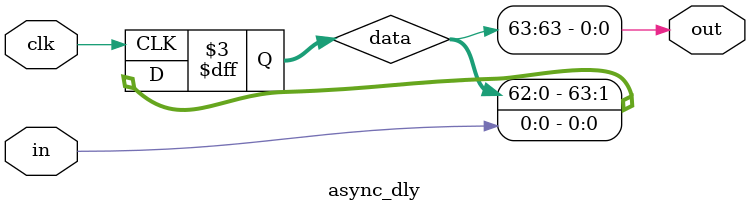
<source format=v>
module async_dly(
                 clk,
                 in,
                 out
                );
input clk;
input in;
output out;

reg [63:0] data=64'hffffffffffffffff;

always@(posedge clk)
begin

 data[63:0] <= {data[62:0],in};

end

assign out=data[63];
















endmodule

</source>
